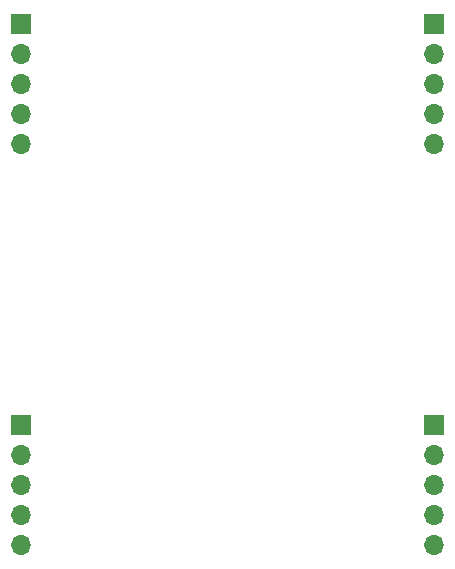
<source format=gbr>
%TF.GenerationSoftware,KiCad,Pcbnew,7.0.11+dfsg-1build4*%
%TF.CreationDate,2026-01-16T21:08:39-05:00*%
%TF.ProjectId,,58585858-5858-4585-9858-585858585858,rev?*%
%TF.SameCoordinates,Original*%
%TF.FileFunction,Soldermask,Bot*%
%TF.FilePolarity,Negative*%
%FSLAX46Y46*%
G04 Gerber Fmt 4.6, Leading zero omitted, Abs format (unit mm)*
G04 Created by KiCad (PCBNEW 7.0.11+dfsg-1build4) date 2026-01-16 21:08:39*
%MOMM*%
%LPD*%
G01*
G04 APERTURE LIST*
%ADD10R,1.700000X1.700000*%
%ADD11O,1.700000X1.700000*%
G04 APERTURE END LIST*
D10*
%TO.C,J1*%
X139140000Y-97500000D03*
D11*
X139140000Y-100040000D03*
X139140000Y-102580000D03*
X139140000Y-105120000D03*
X139140000Y-107660000D03*
%TD*%
D10*
%TO.C,J1*%
X104140000Y-97500000D03*
D11*
X104140000Y-100040000D03*
X104140000Y-102580000D03*
X104140000Y-105120000D03*
X104140000Y-107660000D03*
%TD*%
D10*
%TO.C,J1*%
X139140000Y-63500000D03*
D11*
X139140000Y-66040000D03*
X139140000Y-68580000D03*
X139140000Y-71120000D03*
X139140000Y-73660000D03*
%TD*%
D10*
%TO.C,J1*%
X104140000Y-63500000D03*
D11*
X104140000Y-66040000D03*
X104140000Y-68580000D03*
X104140000Y-71120000D03*
X104140000Y-73660000D03*
%TD*%
M02*

</source>
